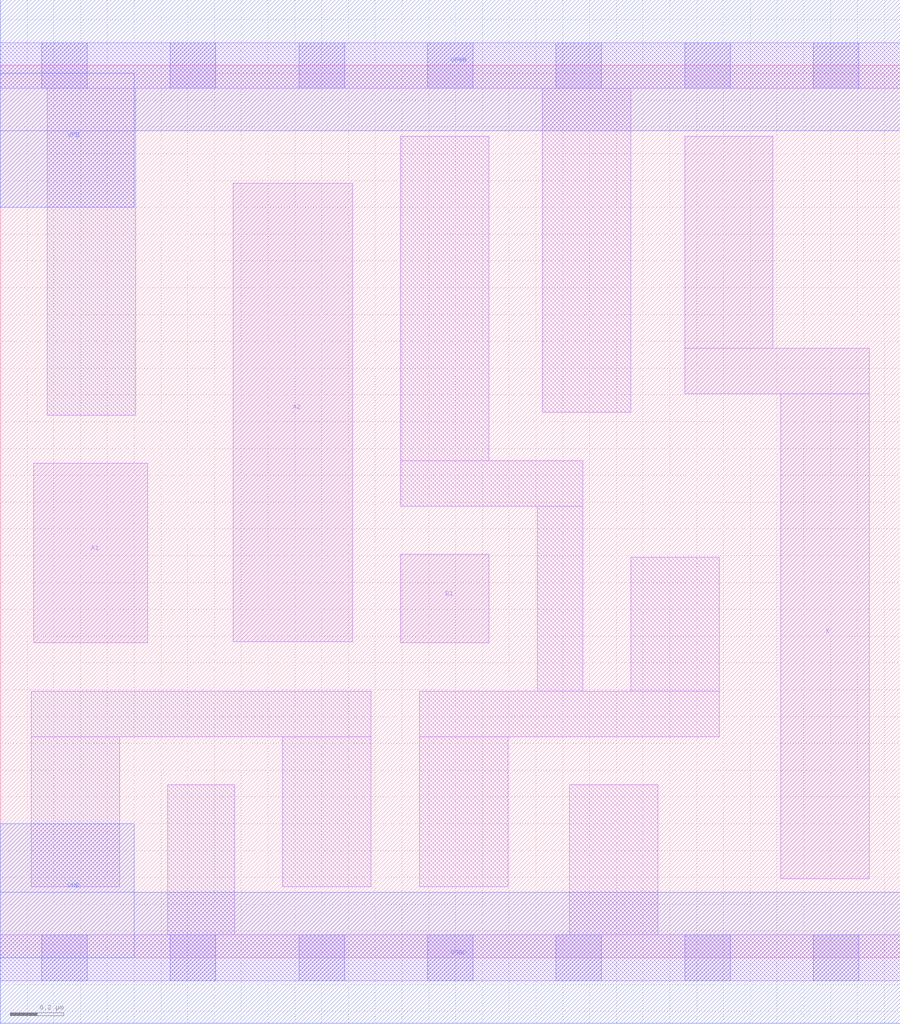
<source format=lef>
# Copyright 2020 The SkyWater PDK Authors
#
# Licensed under the Apache License, Version 2.0 (the "License");
# you may not use this file except in compliance with the License.
# You may obtain a copy of the License at
#
#     https://www.apache.org/licenses/LICENSE-2.0
#
# Unless required by applicable law or agreed to in writing, software
# distributed under the License is distributed on an "AS IS" BASIS,
# WITHOUT WARRANTIES OR CONDITIONS OF ANY KIND, either express or implied.
# See the License for the specific language governing permissions and
# limitations under the License.
#
# SPDX-License-Identifier: Apache-2.0

VERSION 5.5 ;
NAMESCASESENSITIVE ON ;
BUSBITCHARS "[]" ;
DIVIDERCHAR "/" ;
MACRO sky130_fd_sc_lp__o21a_lp
  CLASS CORE ;
  SOURCE USER ;
  ORIGIN  0.000000  0.000000 ;
  SIZE  3.360000 BY  3.330000 ;
  SYMMETRY X Y R90 ;
  SITE unit ;
  PIN A1
    ANTENNAGATEAREA  0.313000 ;
    DIRECTION INPUT ;
    USE SIGNAL ;
    PORT
      LAYER li1 ;
        RECT 0.125000 1.175000 0.550000 1.845000 ;
    END
  END A1
  PIN A2
    ANTENNAGATEAREA  0.313000 ;
    DIRECTION INPUT ;
    USE SIGNAL ;
    PORT
      LAYER li1 ;
        RECT 0.870000 1.180000 1.315000 2.890000 ;
    END
  END A2
  PIN B1
    ANTENNAGATEAREA  0.313000 ;
    DIRECTION INPUT ;
    USE SIGNAL ;
    PORT
      LAYER li1 ;
        RECT 1.495000 1.175000 1.825000 1.505000 ;
    END
  END B1
  PIN X
    ANTENNADIFFAREA  0.404700 ;
    DIRECTION OUTPUT ;
    USE SIGNAL ;
    PORT
      LAYER li1 ;
        RECT 2.555000 2.105000 3.245000 2.275000 ;
        RECT 2.555000 2.275000 2.885000 3.065000 ;
        RECT 2.915000 0.295000 3.245000 2.105000 ;
    END
  END X
  PIN VGND
    DIRECTION INOUT ;
    USE GROUND ;
    PORT
      LAYER met1 ;
        RECT 0.000000 -0.245000 3.360000 0.245000 ;
    END
  END VGND
  PIN VNB
    DIRECTION INOUT ;
    USE GROUND ;
    PORT
    END
  END VNB
  PIN VPB
    DIRECTION INOUT ;
    USE POWER ;
    PORT
    END
  END VPB
  PIN VNB
    DIRECTION INOUT ;
    USE GROUND ;
    PORT
      LAYER met1 ;
        RECT 0.000000 0.000000 0.500000 0.500000 ;
    END
  END VNB
  PIN VPB
    DIRECTION INOUT ;
    USE POWER ;
    PORT
      LAYER met1 ;
        RECT 0.000000 2.800000 0.500000 3.300000 ;
    END
  END VPB
  PIN VPWR
    DIRECTION INOUT ;
    USE POWER ;
    PORT
      LAYER met1 ;
        RECT 0.000000 3.085000 3.360000 3.575000 ;
    END
  END VPWR
  OBS
    LAYER li1 ;
      RECT 0.000000 -0.085000 3.360000 0.085000 ;
      RECT 0.000000  3.245000 3.360000 3.415000 ;
      RECT 0.115000  0.265000 0.445000 0.825000 ;
      RECT 0.115000  0.825000 1.385000 0.995000 ;
      RECT 0.175000  2.025000 0.505000 3.245000 ;
      RECT 0.625000  0.085000 0.875000 0.645000 ;
      RECT 1.055000  0.265000 1.385000 0.825000 ;
      RECT 1.495000  1.685000 2.175000 1.855000 ;
      RECT 1.495000  1.855000 1.825000 3.065000 ;
      RECT 1.565000  0.265000 1.895000 0.825000 ;
      RECT 1.565000  0.825000 2.685000 0.995000 ;
      RECT 2.005000  0.995000 2.175000 1.685000 ;
      RECT 2.025000  2.035000 2.355000 3.245000 ;
      RECT 2.125000  0.085000 2.455000 0.645000 ;
      RECT 2.355000  0.995000 2.685000 1.495000 ;
    LAYER mcon ;
      RECT 0.155000 -0.085000 0.325000 0.085000 ;
      RECT 0.155000  3.245000 0.325000 3.415000 ;
      RECT 0.635000 -0.085000 0.805000 0.085000 ;
      RECT 0.635000  3.245000 0.805000 3.415000 ;
      RECT 1.115000 -0.085000 1.285000 0.085000 ;
      RECT 1.115000  3.245000 1.285000 3.415000 ;
      RECT 1.595000 -0.085000 1.765000 0.085000 ;
      RECT 1.595000  3.245000 1.765000 3.415000 ;
      RECT 2.075000 -0.085000 2.245000 0.085000 ;
      RECT 2.075000  3.245000 2.245000 3.415000 ;
      RECT 2.555000 -0.085000 2.725000 0.085000 ;
      RECT 2.555000  3.245000 2.725000 3.415000 ;
      RECT 3.035000 -0.085000 3.205000 0.085000 ;
      RECT 3.035000  3.245000 3.205000 3.415000 ;
  END
END sky130_fd_sc_lp__o21a_lp
END LIBRARY

</source>
